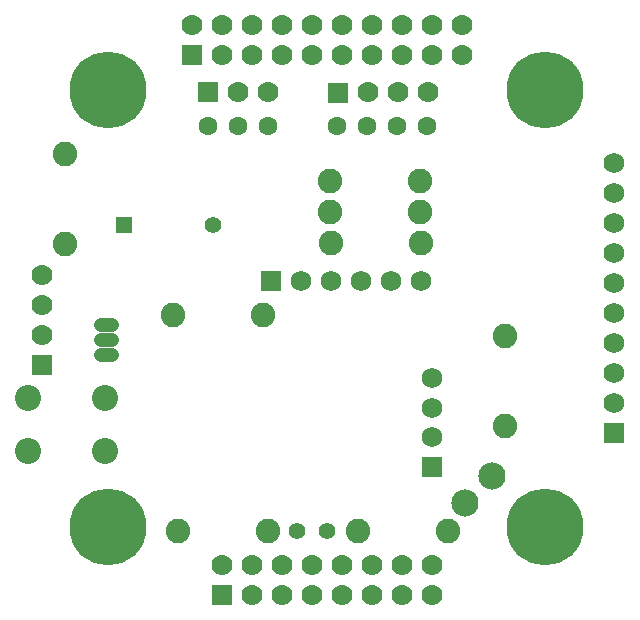
<source format=gts>
G04 Layer: TopSolderMaskLayer*
G04 EasyEDA v5.9.42, Sat, 20 Apr 2019 23:02:29 GMT*
G04 3fcfc4233d194f7ea776cce536db31cf*
G04 Gerber Generator version 0.2*
G04 Scale: 100 percent, Rotated: No, Reflected: No *
G04 Dimensions in millimeters *
G04 leading zeros omitted , absolute positions ,3 integer and 3 decimal *
%FSLAX33Y33*%
%MOMM*%
G90*
G71D02*

%ADD34C,1.203198*%
%ADD35C,2.082800*%
%ADD36C,1.778000*%
%ADD37R,1.778000X1.778000*%
%ADD38C,1.727200*%
%ADD39R,1.727200X1.727200*%
%ADD40R,1.758188X1.758188*%
%ADD41C,1.758188*%
%ADD42R,1.403198X1.403198*%
%ADD43C,1.403198*%
%ADD44C,2.203196*%
%ADD45C,2.303196*%
%ADD46C,1.397000*%
%ADD47C,6.503187*%
%ADD48C,1.603197*%

%LPD*%
G54D34*
G01X11875Y25720D02*
G01X10875Y25720D01*
G01X11875Y24450D02*
G01X10875Y24450D01*
G01X11875Y23180D02*
G01X10875Y23180D01*
G54D35*
G01X45124Y17200D03*
G01X45124Y24820D03*
G54D36*
G01X41449Y51186D03*
G01X41449Y48646D03*
G01X38909Y51186D03*
G01X38909Y48646D03*
G01X36369Y51186D03*
G01X36369Y48646D03*
G01X33829Y51186D03*
G01X33829Y48646D03*
G01X31289Y51186D03*
G01X31289Y48646D03*
G01X28749Y51186D03*
G01X28749Y48646D03*
G01X26209Y51186D03*
G01X26209Y48646D03*
G01X23669Y51186D03*
G01X23669Y48646D03*
G01X21129Y51186D03*
G01X21129Y48646D03*
G01X18589Y51186D03*
G54D37*
G01X18588Y48647D03*
G54D36*
G01X38909Y5466D03*
G01X38909Y2926D03*
G01X36369Y5466D03*
G01X36369Y2926D03*
G01X33829Y5466D03*
G01X33829Y2926D03*
G01X31289Y5466D03*
G01X31289Y2926D03*
G01X28749Y5466D03*
G01X28749Y2926D03*
G01X26209Y5466D03*
G01X26209Y2926D03*
G01X23669Y5466D03*
G01X23669Y2926D03*
G01X21129Y5466D03*
G54D37*
G01X21128Y2927D03*
G01X30960Y45447D03*
G54D36*
G01X33499Y45450D03*
G01X36039Y45450D03*
G01X38579Y45450D03*
G54D37*
G01X5873Y22407D03*
G54D36*
G01X5875Y24950D03*
G01X5875Y27490D03*
G01X5875Y30030D03*
G54D38*
G01X38899Y21274D03*
G01X38899Y18775D03*
G01X38899Y16274D03*
G54D39*
G01X38900Y13773D03*
G54D35*
G01X30374Y32699D03*
G01X37994Y32699D03*
G54D40*
G01X54355Y16595D03*
G54D41*
G01X54355Y19134D03*
G01X54355Y21674D03*
G01X54355Y24214D03*
G01X54355Y26754D03*
G01X54355Y29294D03*
G01X54355Y31834D03*
G01X54355Y34374D03*
G01X54355Y36914D03*
G01X54355Y39454D03*
G54D42*
G01X12825Y34200D03*
G54D43*
G01X20424Y34199D03*
G54D44*
G01X4750Y15075D03*
G01X11250Y15075D03*
G01X11250Y19574D03*
G01X4750Y19574D03*
G54D45*
G01X41707Y10657D03*
G01X44042Y12992D03*
G54D46*
G01X27479Y8324D03*
G01X30019Y8324D03*
G54D35*
G01X25059Y8324D03*
G01X17439Y8324D03*
G01X40309Y8324D03*
G01X32689Y8324D03*
G54D39*
G01X25268Y29470D03*
G54D38*
G01X27810Y29469D03*
G01X30350Y29469D03*
G01X32890Y29469D03*
G01X35430Y29469D03*
G01X37970Y29469D03*
G54D35*
G01X37935Y37949D03*
G01X30315Y37949D03*
G01X30315Y35324D03*
G01X37935Y35324D03*
G01X7874Y40199D03*
G01X7874Y32579D03*
G54D36*
G01X25039Y45450D03*
G01X22499Y45450D03*
G54D37*
G01X19960Y45450D03*
G54D35*
G01X17001Y26575D03*
G01X24621Y26575D03*
G54D47*
G01X11499Y45700D03*
G01X11499Y8700D03*
G01X48499Y8700D03*
G01X48499Y45700D03*
G54D48*
G01X30874Y42574D03*
G01X33414Y42574D03*
G01X35954Y42574D03*
G01X38494Y42574D03*
G01X19999Y42574D03*
G01X22539Y42574D03*
G01X25079Y42574D03*
M00*
M02*

</source>
